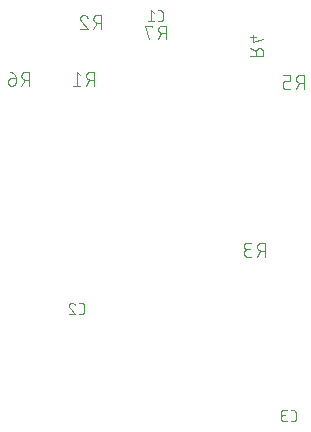
<source format=gbr>
G04 EAGLE Gerber RS-274X export*
G75*
%MOMM*%
%FSLAX34Y34*%
%LPD*%
%INSilkscreen Bottom*%
%IPPOS*%
%AMOC8*
5,1,8,0,0,1.08239X$1,22.5*%
G01*
%ADD10C,0.076200*%
%ADD11C,0.101600*%


D10*
X249261Y429541D02*
X251349Y429541D01*
X251438Y429543D01*
X251526Y429549D01*
X251614Y429558D01*
X251702Y429571D01*
X251789Y429588D01*
X251875Y429608D01*
X251960Y429633D01*
X252045Y429660D01*
X252128Y429692D01*
X252209Y429726D01*
X252289Y429765D01*
X252367Y429806D01*
X252444Y429851D01*
X252518Y429899D01*
X252591Y429950D01*
X252661Y430004D01*
X252728Y430062D01*
X252794Y430122D01*
X252856Y430184D01*
X252916Y430250D01*
X252974Y430317D01*
X253028Y430387D01*
X253079Y430460D01*
X253127Y430534D01*
X253172Y430611D01*
X253213Y430689D01*
X253252Y430769D01*
X253286Y430850D01*
X253318Y430933D01*
X253345Y431018D01*
X253370Y431103D01*
X253390Y431189D01*
X253407Y431276D01*
X253420Y431364D01*
X253429Y431452D01*
X253435Y431540D01*
X253437Y431629D01*
X253438Y431629D02*
X253438Y436851D01*
X253437Y436851D02*
X253435Y436940D01*
X253429Y437028D01*
X253420Y437116D01*
X253407Y437204D01*
X253390Y437291D01*
X253370Y437377D01*
X253345Y437462D01*
X253318Y437547D01*
X253286Y437630D01*
X253252Y437711D01*
X253213Y437791D01*
X253172Y437869D01*
X253127Y437946D01*
X253079Y438020D01*
X253028Y438093D01*
X252974Y438163D01*
X252916Y438230D01*
X252856Y438296D01*
X252794Y438358D01*
X252728Y438418D01*
X252661Y438476D01*
X252591Y438530D01*
X252518Y438581D01*
X252444Y438629D01*
X252367Y438674D01*
X252289Y438715D01*
X252209Y438754D01*
X252128Y438788D01*
X252045Y438820D01*
X251960Y438847D01*
X251875Y438872D01*
X251789Y438892D01*
X251702Y438909D01*
X251614Y438922D01*
X251526Y438931D01*
X251438Y438937D01*
X251349Y438939D01*
X249261Y438939D01*
X245792Y436851D02*
X243182Y438939D01*
X243182Y429541D01*
X245792Y429541D02*
X240571Y429541D01*
X184759Y181651D02*
X182671Y181651D01*
X184759Y181651D02*
X184848Y181653D01*
X184936Y181659D01*
X185024Y181668D01*
X185112Y181681D01*
X185199Y181698D01*
X185285Y181718D01*
X185370Y181743D01*
X185455Y181770D01*
X185538Y181802D01*
X185619Y181836D01*
X185699Y181875D01*
X185777Y181916D01*
X185854Y181961D01*
X185928Y182009D01*
X186001Y182060D01*
X186071Y182114D01*
X186138Y182172D01*
X186204Y182232D01*
X186266Y182294D01*
X186326Y182360D01*
X186384Y182427D01*
X186438Y182497D01*
X186489Y182570D01*
X186537Y182644D01*
X186582Y182721D01*
X186623Y182799D01*
X186662Y182879D01*
X186696Y182960D01*
X186728Y183043D01*
X186755Y183128D01*
X186780Y183213D01*
X186800Y183299D01*
X186817Y183386D01*
X186830Y183474D01*
X186839Y183562D01*
X186845Y183650D01*
X186847Y183739D01*
X186848Y183739D02*
X186848Y188961D01*
X186847Y188961D02*
X186845Y189050D01*
X186839Y189138D01*
X186830Y189226D01*
X186817Y189314D01*
X186800Y189401D01*
X186780Y189487D01*
X186755Y189572D01*
X186728Y189657D01*
X186696Y189740D01*
X186662Y189821D01*
X186623Y189901D01*
X186582Y189979D01*
X186537Y190056D01*
X186489Y190130D01*
X186438Y190203D01*
X186384Y190273D01*
X186326Y190340D01*
X186266Y190406D01*
X186204Y190468D01*
X186138Y190528D01*
X186071Y190586D01*
X186001Y190640D01*
X185928Y190691D01*
X185854Y190739D01*
X185777Y190784D01*
X185699Y190825D01*
X185619Y190864D01*
X185538Y190898D01*
X185455Y190930D01*
X185370Y190957D01*
X185285Y190982D01*
X185199Y191002D01*
X185112Y191019D01*
X185024Y191032D01*
X184936Y191041D01*
X184848Y191047D01*
X184759Y191049D01*
X182671Y191049D01*
X176331Y191050D02*
X176236Y191048D01*
X176142Y191042D01*
X176048Y191033D01*
X175954Y191020D01*
X175861Y191003D01*
X175769Y190982D01*
X175677Y190957D01*
X175587Y190929D01*
X175498Y190897D01*
X175410Y190862D01*
X175324Y190823D01*
X175239Y190781D01*
X175156Y190735D01*
X175075Y190686D01*
X174996Y190634D01*
X174919Y190579D01*
X174845Y190520D01*
X174773Y190459D01*
X174703Y190395D01*
X174636Y190328D01*
X174572Y190258D01*
X174511Y190186D01*
X174452Y190112D01*
X174397Y190035D01*
X174345Y189956D01*
X174296Y189875D01*
X174250Y189792D01*
X174208Y189707D01*
X174169Y189621D01*
X174134Y189533D01*
X174102Y189444D01*
X174074Y189354D01*
X174049Y189262D01*
X174028Y189170D01*
X174011Y189077D01*
X173998Y188983D01*
X173989Y188889D01*
X173983Y188795D01*
X173981Y188700D01*
X176331Y191049D02*
X176439Y191047D01*
X176548Y191041D01*
X176656Y191031D01*
X176763Y191018D01*
X176870Y191000D01*
X176977Y190979D01*
X177082Y190954D01*
X177187Y190925D01*
X177290Y190893D01*
X177392Y190856D01*
X177493Y190816D01*
X177592Y190773D01*
X177690Y190726D01*
X177786Y190675D01*
X177880Y190621D01*
X177972Y190564D01*
X178062Y190503D01*
X178150Y190439D01*
X178235Y190373D01*
X178318Y190303D01*
X178398Y190230D01*
X178476Y190154D01*
X178551Y190076D01*
X178623Y189995D01*
X178692Y189911D01*
X178758Y189825D01*
X178821Y189737D01*
X178880Y189646D01*
X178937Y189554D01*
X178990Y189459D01*
X179039Y189362D01*
X179085Y189264D01*
X179128Y189165D01*
X179167Y189063D01*
X179202Y188961D01*
X174764Y186872D02*
X174695Y186941D01*
X174629Y187012D01*
X174565Y187085D01*
X174504Y187161D01*
X174446Y187240D01*
X174392Y187320D01*
X174340Y187403D01*
X174292Y187487D01*
X174246Y187573D01*
X174205Y187661D01*
X174166Y187751D01*
X174131Y187842D01*
X174100Y187934D01*
X174072Y188027D01*
X174048Y188121D01*
X174028Y188216D01*
X174011Y188312D01*
X173998Y188409D01*
X173989Y188506D01*
X173983Y188603D01*
X173981Y188700D01*
X174764Y186872D02*
X179202Y181651D01*
X173981Y181651D01*
X361842Y90931D02*
X363931Y90931D01*
X364020Y90933D01*
X364108Y90939D01*
X364196Y90948D01*
X364284Y90961D01*
X364371Y90978D01*
X364457Y90998D01*
X364542Y91023D01*
X364627Y91050D01*
X364710Y91082D01*
X364791Y91116D01*
X364871Y91155D01*
X364949Y91196D01*
X365026Y91241D01*
X365100Y91289D01*
X365173Y91340D01*
X365243Y91394D01*
X365310Y91452D01*
X365376Y91512D01*
X365438Y91574D01*
X365498Y91640D01*
X365556Y91707D01*
X365610Y91777D01*
X365661Y91850D01*
X365709Y91924D01*
X365754Y92001D01*
X365795Y92079D01*
X365834Y92159D01*
X365868Y92240D01*
X365900Y92323D01*
X365927Y92408D01*
X365952Y92493D01*
X365972Y92579D01*
X365989Y92666D01*
X366002Y92754D01*
X366011Y92842D01*
X366017Y92930D01*
X366019Y93019D01*
X366019Y98241D01*
X366017Y98330D01*
X366011Y98418D01*
X366002Y98506D01*
X365989Y98594D01*
X365972Y98681D01*
X365952Y98767D01*
X365927Y98852D01*
X365900Y98937D01*
X365868Y99020D01*
X365834Y99101D01*
X365795Y99181D01*
X365754Y99259D01*
X365709Y99336D01*
X365661Y99410D01*
X365610Y99483D01*
X365556Y99553D01*
X365498Y99620D01*
X365438Y99686D01*
X365376Y99748D01*
X365310Y99808D01*
X365243Y99866D01*
X365173Y99920D01*
X365100Y99971D01*
X365026Y100019D01*
X364949Y100064D01*
X364871Y100105D01*
X364791Y100144D01*
X364710Y100178D01*
X364627Y100210D01*
X364542Y100237D01*
X364457Y100262D01*
X364371Y100282D01*
X364284Y100299D01*
X364196Y100312D01*
X364108Y100321D01*
X364020Y100327D01*
X363931Y100329D01*
X361842Y100329D01*
X358373Y90931D02*
X355763Y90931D01*
X355662Y90933D01*
X355561Y90939D01*
X355460Y90949D01*
X355360Y90962D01*
X355260Y90980D01*
X355161Y91001D01*
X355063Y91027D01*
X354966Y91056D01*
X354870Y91088D01*
X354776Y91125D01*
X354683Y91165D01*
X354591Y91209D01*
X354502Y91256D01*
X354414Y91307D01*
X354328Y91361D01*
X354245Y91418D01*
X354163Y91478D01*
X354085Y91542D01*
X354008Y91608D01*
X353935Y91678D01*
X353864Y91750D01*
X353796Y91825D01*
X353731Y91903D01*
X353669Y91983D01*
X353610Y92065D01*
X353554Y92150D01*
X353502Y92237D01*
X353453Y92325D01*
X353407Y92416D01*
X353366Y92508D01*
X353327Y92602D01*
X353293Y92697D01*
X353262Y92793D01*
X353235Y92891D01*
X353211Y92989D01*
X353192Y93089D01*
X353176Y93189D01*
X353164Y93289D01*
X353156Y93390D01*
X353152Y93491D01*
X353152Y93593D01*
X353156Y93694D01*
X353164Y93795D01*
X353176Y93895D01*
X353192Y93995D01*
X353211Y94095D01*
X353235Y94193D01*
X353262Y94291D01*
X353293Y94387D01*
X353327Y94482D01*
X353366Y94576D01*
X353407Y94668D01*
X353453Y94759D01*
X353502Y94848D01*
X353554Y94934D01*
X353610Y95019D01*
X353669Y95101D01*
X353731Y95181D01*
X353796Y95259D01*
X353864Y95334D01*
X353935Y95406D01*
X354008Y95476D01*
X354085Y95542D01*
X354163Y95606D01*
X354245Y95666D01*
X354328Y95723D01*
X354414Y95777D01*
X354502Y95828D01*
X354591Y95875D01*
X354683Y95919D01*
X354776Y95959D01*
X354870Y95996D01*
X354966Y96028D01*
X355063Y96057D01*
X355161Y96083D01*
X355260Y96104D01*
X355360Y96122D01*
X355460Y96135D01*
X355561Y96145D01*
X355662Y96151D01*
X355763Y96153D01*
X355241Y100329D02*
X358373Y100329D01*
X355241Y100329D02*
X355151Y100327D01*
X355062Y100321D01*
X354972Y100312D01*
X354883Y100298D01*
X354795Y100281D01*
X354708Y100260D01*
X354621Y100235D01*
X354536Y100206D01*
X354452Y100174D01*
X354370Y100139D01*
X354289Y100099D01*
X354210Y100057D01*
X354133Y100011D01*
X354058Y99961D01*
X353985Y99909D01*
X353914Y99853D01*
X353846Y99795D01*
X353781Y99733D01*
X353718Y99669D01*
X353658Y99602D01*
X353601Y99533D01*
X353547Y99461D01*
X353496Y99387D01*
X353448Y99311D01*
X353404Y99233D01*
X353363Y99153D01*
X353325Y99071D01*
X353291Y98988D01*
X353261Y98903D01*
X353234Y98817D01*
X353211Y98731D01*
X353192Y98643D01*
X353177Y98554D01*
X353165Y98465D01*
X353157Y98376D01*
X353153Y98286D01*
X353153Y98196D01*
X353157Y98106D01*
X353165Y98017D01*
X353177Y97928D01*
X353192Y97839D01*
X353211Y97751D01*
X353234Y97665D01*
X353261Y97579D01*
X353291Y97494D01*
X353325Y97411D01*
X353363Y97329D01*
X353404Y97249D01*
X353448Y97171D01*
X353496Y97095D01*
X353547Y97021D01*
X353601Y96949D01*
X353658Y96880D01*
X353718Y96813D01*
X353781Y96749D01*
X353846Y96687D01*
X353914Y96629D01*
X353985Y96573D01*
X354058Y96521D01*
X354133Y96471D01*
X354210Y96425D01*
X354289Y96383D01*
X354370Y96343D01*
X354452Y96308D01*
X354536Y96276D01*
X354621Y96247D01*
X354708Y96222D01*
X354795Y96201D01*
X354883Y96184D01*
X354972Y96170D01*
X355062Y96161D01*
X355151Y96155D01*
X355241Y96153D01*
X355241Y96152D02*
X357329Y96152D01*
D11*
X195072Y374918D02*
X195072Y386602D01*
X191826Y386602D01*
X191713Y386600D01*
X191600Y386594D01*
X191487Y386584D01*
X191374Y386570D01*
X191262Y386553D01*
X191151Y386531D01*
X191041Y386506D01*
X190931Y386476D01*
X190823Y386443D01*
X190716Y386406D01*
X190610Y386366D01*
X190506Y386321D01*
X190403Y386273D01*
X190302Y386222D01*
X190203Y386167D01*
X190106Y386109D01*
X190011Y386047D01*
X189918Y385982D01*
X189828Y385914D01*
X189740Y385843D01*
X189654Y385768D01*
X189571Y385691D01*
X189491Y385611D01*
X189414Y385528D01*
X189339Y385442D01*
X189268Y385354D01*
X189200Y385264D01*
X189135Y385171D01*
X189073Y385076D01*
X189015Y384979D01*
X188960Y384880D01*
X188909Y384779D01*
X188861Y384676D01*
X188816Y384572D01*
X188776Y384466D01*
X188739Y384359D01*
X188706Y384251D01*
X188676Y384141D01*
X188651Y384031D01*
X188629Y383920D01*
X188612Y383808D01*
X188598Y383695D01*
X188588Y383582D01*
X188582Y383469D01*
X188580Y383356D01*
X188582Y383243D01*
X188588Y383130D01*
X188598Y383017D01*
X188612Y382904D01*
X188629Y382792D01*
X188651Y382681D01*
X188676Y382571D01*
X188706Y382461D01*
X188739Y382353D01*
X188776Y382246D01*
X188816Y382140D01*
X188861Y382036D01*
X188909Y381933D01*
X188960Y381832D01*
X189015Y381733D01*
X189073Y381636D01*
X189135Y381541D01*
X189200Y381448D01*
X189268Y381358D01*
X189339Y381270D01*
X189414Y381184D01*
X189491Y381101D01*
X189571Y381021D01*
X189654Y380944D01*
X189740Y380869D01*
X189828Y380798D01*
X189918Y380730D01*
X190011Y380665D01*
X190106Y380603D01*
X190203Y380545D01*
X190302Y380490D01*
X190403Y380439D01*
X190506Y380391D01*
X190610Y380346D01*
X190716Y380306D01*
X190823Y380269D01*
X190931Y380236D01*
X191041Y380206D01*
X191151Y380181D01*
X191262Y380159D01*
X191374Y380142D01*
X191487Y380128D01*
X191600Y380118D01*
X191713Y380112D01*
X191826Y380110D01*
X191826Y380111D02*
X195072Y380111D01*
X191177Y380111D02*
X188581Y374918D01*
X183716Y384006D02*
X180470Y386602D01*
X180470Y374918D01*
X177225Y374918D02*
X183716Y374918D01*
X201235Y423178D02*
X201235Y434862D01*
X197990Y434862D01*
X197877Y434860D01*
X197764Y434854D01*
X197651Y434844D01*
X197538Y434830D01*
X197426Y434813D01*
X197315Y434791D01*
X197205Y434766D01*
X197095Y434736D01*
X196987Y434703D01*
X196880Y434666D01*
X196774Y434626D01*
X196670Y434581D01*
X196567Y434533D01*
X196466Y434482D01*
X196367Y434427D01*
X196270Y434369D01*
X196175Y434307D01*
X196082Y434242D01*
X195992Y434174D01*
X195904Y434103D01*
X195818Y434028D01*
X195735Y433951D01*
X195655Y433871D01*
X195578Y433788D01*
X195503Y433702D01*
X195432Y433614D01*
X195364Y433524D01*
X195299Y433431D01*
X195237Y433336D01*
X195179Y433239D01*
X195124Y433140D01*
X195073Y433039D01*
X195025Y432936D01*
X194980Y432832D01*
X194940Y432726D01*
X194903Y432619D01*
X194870Y432511D01*
X194840Y432401D01*
X194815Y432291D01*
X194793Y432180D01*
X194776Y432068D01*
X194762Y431955D01*
X194752Y431842D01*
X194746Y431729D01*
X194744Y431616D01*
X194746Y431503D01*
X194752Y431390D01*
X194762Y431277D01*
X194776Y431164D01*
X194793Y431052D01*
X194815Y430941D01*
X194840Y430831D01*
X194870Y430721D01*
X194903Y430613D01*
X194940Y430506D01*
X194980Y430400D01*
X195025Y430296D01*
X195073Y430193D01*
X195124Y430092D01*
X195179Y429993D01*
X195237Y429896D01*
X195299Y429801D01*
X195364Y429708D01*
X195432Y429618D01*
X195503Y429530D01*
X195578Y429444D01*
X195655Y429361D01*
X195735Y429281D01*
X195818Y429204D01*
X195904Y429129D01*
X195992Y429058D01*
X196082Y428990D01*
X196175Y428925D01*
X196270Y428863D01*
X196367Y428805D01*
X196466Y428750D01*
X196567Y428699D01*
X196670Y428651D01*
X196774Y428606D01*
X196880Y428566D01*
X196987Y428529D01*
X197095Y428496D01*
X197205Y428466D01*
X197315Y428441D01*
X197426Y428419D01*
X197538Y428402D01*
X197651Y428388D01*
X197764Y428378D01*
X197877Y428372D01*
X197990Y428370D01*
X197990Y428371D02*
X201235Y428371D01*
X197341Y428371D02*
X194744Y423178D01*
X183388Y431941D02*
X183390Y432048D01*
X183396Y432154D01*
X183406Y432260D01*
X183419Y432366D01*
X183437Y432472D01*
X183458Y432576D01*
X183483Y432680D01*
X183512Y432783D01*
X183544Y432884D01*
X183581Y432984D01*
X183621Y433083D01*
X183664Y433181D01*
X183711Y433277D01*
X183762Y433371D01*
X183816Y433463D01*
X183873Y433553D01*
X183933Y433641D01*
X183997Y433726D01*
X184064Y433809D01*
X184134Y433890D01*
X184206Y433968D01*
X184282Y434044D01*
X184360Y434116D01*
X184441Y434186D01*
X184524Y434253D01*
X184609Y434317D01*
X184697Y434377D01*
X184787Y434434D01*
X184879Y434488D01*
X184973Y434539D01*
X185069Y434586D01*
X185167Y434629D01*
X185266Y434669D01*
X185366Y434706D01*
X185467Y434738D01*
X185570Y434767D01*
X185674Y434792D01*
X185778Y434813D01*
X185884Y434831D01*
X185990Y434844D01*
X186096Y434854D01*
X186202Y434860D01*
X186309Y434862D01*
X186430Y434860D01*
X186551Y434854D01*
X186671Y434844D01*
X186792Y434831D01*
X186911Y434813D01*
X187031Y434792D01*
X187149Y434767D01*
X187266Y434738D01*
X187383Y434705D01*
X187498Y434669D01*
X187612Y434628D01*
X187725Y434585D01*
X187837Y434537D01*
X187946Y434486D01*
X188054Y434431D01*
X188161Y434373D01*
X188265Y434312D01*
X188367Y434247D01*
X188467Y434179D01*
X188565Y434108D01*
X188661Y434034D01*
X188754Y433957D01*
X188844Y433876D01*
X188932Y433793D01*
X189017Y433707D01*
X189100Y433618D01*
X189179Y433527D01*
X189256Y433433D01*
X189329Y433337D01*
X189399Y433239D01*
X189466Y433138D01*
X189530Y433035D01*
X189591Y432930D01*
X189648Y432823D01*
X189701Y432715D01*
X189751Y432605D01*
X189797Y432493D01*
X189840Y432380D01*
X189879Y432265D01*
X184362Y429669D02*
X184283Y429747D01*
X184207Y429827D01*
X184134Y429910D01*
X184064Y429996D01*
X183997Y430083D01*
X183933Y430174D01*
X183873Y430266D01*
X183815Y430360D01*
X183761Y430457D01*
X183711Y430555D01*
X183664Y430655D01*
X183620Y430756D01*
X183580Y430859D01*
X183544Y430964D01*
X183512Y431069D01*
X183483Y431176D01*
X183458Y431283D01*
X183436Y431392D01*
X183419Y431501D01*
X183405Y431610D01*
X183396Y431720D01*
X183390Y431831D01*
X183388Y431941D01*
X184362Y429669D02*
X189879Y423178D01*
X183388Y423178D01*
X339852Y241822D02*
X339852Y230138D01*
X339852Y241822D02*
X336606Y241822D01*
X336493Y241820D01*
X336380Y241814D01*
X336267Y241804D01*
X336154Y241790D01*
X336042Y241773D01*
X335931Y241751D01*
X335821Y241726D01*
X335711Y241696D01*
X335603Y241663D01*
X335496Y241626D01*
X335390Y241586D01*
X335286Y241541D01*
X335183Y241493D01*
X335082Y241442D01*
X334983Y241387D01*
X334886Y241329D01*
X334791Y241267D01*
X334698Y241202D01*
X334608Y241134D01*
X334520Y241063D01*
X334434Y240988D01*
X334351Y240911D01*
X334271Y240831D01*
X334194Y240748D01*
X334119Y240662D01*
X334048Y240574D01*
X333980Y240484D01*
X333915Y240391D01*
X333853Y240296D01*
X333795Y240199D01*
X333740Y240100D01*
X333689Y239999D01*
X333641Y239896D01*
X333596Y239792D01*
X333556Y239686D01*
X333519Y239579D01*
X333486Y239471D01*
X333456Y239361D01*
X333431Y239251D01*
X333409Y239140D01*
X333392Y239028D01*
X333378Y238915D01*
X333368Y238802D01*
X333362Y238689D01*
X333360Y238576D01*
X333362Y238463D01*
X333368Y238350D01*
X333378Y238237D01*
X333392Y238124D01*
X333409Y238012D01*
X333431Y237901D01*
X333456Y237791D01*
X333486Y237681D01*
X333519Y237573D01*
X333556Y237466D01*
X333596Y237360D01*
X333641Y237256D01*
X333689Y237153D01*
X333740Y237052D01*
X333795Y236953D01*
X333853Y236856D01*
X333915Y236761D01*
X333980Y236668D01*
X334048Y236578D01*
X334119Y236490D01*
X334194Y236404D01*
X334271Y236321D01*
X334351Y236241D01*
X334434Y236164D01*
X334520Y236089D01*
X334608Y236018D01*
X334698Y235950D01*
X334791Y235885D01*
X334886Y235823D01*
X334983Y235765D01*
X335082Y235710D01*
X335183Y235659D01*
X335286Y235611D01*
X335390Y235566D01*
X335496Y235526D01*
X335603Y235489D01*
X335711Y235456D01*
X335821Y235426D01*
X335931Y235401D01*
X336042Y235379D01*
X336154Y235362D01*
X336267Y235348D01*
X336380Y235338D01*
X336493Y235332D01*
X336606Y235330D01*
X336606Y235331D02*
X339852Y235331D01*
X335957Y235331D02*
X333361Y230138D01*
X328496Y230138D02*
X325250Y230138D01*
X325137Y230140D01*
X325024Y230146D01*
X324911Y230156D01*
X324798Y230170D01*
X324686Y230187D01*
X324575Y230209D01*
X324465Y230234D01*
X324355Y230264D01*
X324247Y230297D01*
X324140Y230334D01*
X324034Y230374D01*
X323930Y230419D01*
X323827Y230467D01*
X323726Y230518D01*
X323627Y230573D01*
X323530Y230631D01*
X323435Y230693D01*
X323342Y230758D01*
X323252Y230826D01*
X323164Y230897D01*
X323078Y230972D01*
X322995Y231049D01*
X322915Y231129D01*
X322838Y231212D01*
X322763Y231298D01*
X322692Y231386D01*
X322624Y231476D01*
X322559Y231569D01*
X322497Y231664D01*
X322439Y231761D01*
X322384Y231860D01*
X322333Y231961D01*
X322285Y232064D01*
X322240Y232168D01*
X322200Y232274D01*
X322163Y232381D01*
X322130Y232489D01*
X322100Y232599D01*
X322075Y232709D01*
X322053Y232820D01*
X322036Y232932D01*
X322022Y233045D01*
X322012Y233158D01*
X322006Y233271D01*
X322004Y233384D01*
X322006Y233497D01*
X322012Y233610D01*
X322022Y233723D01*
X322036Y233836D01*
X322053Y233948D01*
X322075Y234059D01*
X322100Y234169D01*
X322130Y234279D01*
X322163Y234387D01*
X322200Y234494D01*
X322240Y234600D01*
X322285Y234704D01*
X322333Y234807D01*
X322384Y234908D01*
X322439Y235007D01*
X322497Y235104D01*
X322559Y235199D01*
X322624Y235292D01*
X322692Y235382D01*
X322763Y235470D01*
X322838Y235556D01*
X322915Y235639D01*
X322995Y235719D01*
X323078Y235796D01*
X323164Y235871D01*
X323252Y235942D01*
X323342Y236010D01*
X323435Y236075D01*
X323530Y236137D01*
X323627Y236195D01*
X323726Y236250D01*
X323827Y236301D01*
X323930Y236349D01*
X324034Y236394D01*
X324140Y236434D01*
X324247Y236471D01*
X324355Y236504D01*
X324465Y236534D01*
X324575Y236559D01*
X324686Y236581D01*
X324798Y236598D01*
X324911Y236612D01*
X325024Y236622D01*
X325137Y236628D01*
X325250Y236630D01*
X324601Y241822D02*
X328496Y241822D01*
X324601Y241822D02*
X324500Y241820D01*
X324400Y241814D01*
X324300Y241804D01*
X324200Y241791D01*
X324101Y241773D01*
X324002Y241752D01*
X323905Y241727D01*
X323808Y241698D01*
X323713Y241665D01*
X323619Y241629D01*
X323527Y241589D01*
X323436Y241546D01*
X323347Y241499D01*
X323260Y241449D01*
X323174Y241395D01*
X323091Y241338D01*
X323011Y241278D01*
X322932Y241215D01*
X322856Y241148D01*
X322783Y241079D01*
X322713Y241007D01*
X322645Y240933D01*
X322580Y240856D01*
X322519Y240776D01*
X322460Y240694D01*
X322405Y240610D01*
X322353Y240524D01*
X322304Y240436D01*
X322259Y240346D01*
X322217Y240254D01*
X322179Y240161D01*
X322145Y240066D01*
X322114Y239971D01*
X322087Y239874D01*
X322064Y239776D01*
X322044Y239677D01*
X322029Y239577D01*
X322017Y239477D01*
X322009Y239377D01*
X322005Y239276D01*
X322005Y239176D01*
X322009Y239075D01*
X322017Y238975D01*
X322029Y238875D01*
X322044Y238775D01*
X322064Y238676D01*
X322087Y238578D01*
X322114Y238481D01*
X322145Y238386D01*
X322179Y238291D01*
X322217Y238198D01*
X322259Y238106D01*
X322304Y238016D01*
X322353Y237928D01*
X322405Y237842D01*
X322460Y237758D01*
X322519Y237676D01*
X322580Y237596D01*
X322645Y237519D01*
X322713Y237445D01*
X322783Y237373D01*
X322856Y237304D01*
X322932Y237237D01*
X323011Y237174D01*
X323091Y237114D01*
X323174Y237057D01*
X323260Y237003D01*
X323347Y236953D01*
X323436Y236906D01*
X323527Y236863D01*
X323619Y236823D01*
X323713Y236787D01*
X323808Y236754D01*
X323905Y236725D01*
X324002Y236700D01*
X324101Y236679D01*
X324200Y236661D01*
X324300Y236648D01*
X324400Y236638D01*
X324500Y236632D01*
X324601Y236630D01*
X324601Y236629D02*
X327197Y236629D01*
X326898Y400318D02*
X338582Y400318D01*
X338582Y403564D01*
X338580Y403677D01*
X338574Y403790D01*
X338564Y403903D01*
X338550Y404016D01*
X338533Y404128D01*
X338511Y404239D01*
X338486Y404349D01*
X338456Y404459D01*
X338423Y404567D01*
X338386Y404674D01*
X338346Y404780D01*
X338301Y404884D01*
X338253Y404987D01*
X338202Y405088D01*
X338147Y405187D01*
X338089Y405284D01*
X338027Y405379D01*
X337962Y405472D01*
X337894Y405562D01*
X337823Y405650D01*
X337748Y405736D01*
X337671Y405819D01*
X337591Y405899D01*
X337508Y405976D01*
X337422Y406051D01*
X337334Y406122D01*
X337244Y406190D01*
X337151Y406255D01*
X337056Y406317D01*
X336959Y406375D01*
X336860Y406430D01*
X336759Y406481D01*
X336656Y406529D01*
X336552Y406574D01*
X336446Y406614D01*
X336339Y406651D01*
X336231Y406684D01*
X336121Y406714D01*
X336011Y406739D01*
X335900Y406761D01*
X335788Y406778D01*
X335675Y406792D01*
X335562Y406802D01*
X335449Y406808D01*
X335336Y406810D01*
X335223Y406808D01*
X335110Y406802D01*
X334997Y406792D01*
X334884Y406778D01*
X334772Y406761D01*
X334661Y406739D01*
X334551Y406714D01*
X334441Y406684D01*
X334333Y406651D01*
X334226Y406614D01*
X334120Y406574D01*
X334016Y406529D01*
X333913Y406481D01*
X333812Y406430D01*
X333713Y406375D01*
X333616Y406317D01*
X333521Y406255D01*
X333428Y406190D01*
X333338Y406122D01*
X333250Y406051D01*
X333164Y405976D01*
X333081Y405899D01*
X333001Y405819D01*
X332924Y405736D01*
X332849Y405650D01*
X332778Y405562D01*
X332710Y405472D01*
X332645Y405379D01*
X332583Y405284D01*
X332525Y405187D01*
X332470Y405088D01*
X332419Y404987D01*
X332371Y404884D01*
X332326Y404780D01*
X332286Y404674D01*
X332249Y404567D01*
X332216Y404459D01*
X332186Y404349D01*
X332161Y404239D01*
X332139Y404128D01*
X332122Y404016D01*
X332108Y403903D01*
X332098Y403790D01*
X332092Y403677D01*
X332090Y403564D01*
X332091Y403564D02*
X332091Y400318D01*
X332091Y404213D02*
X326898Y406809D01*
X329494Y411674D02*
X338582Y414271D01*
X329494Y411674D02*
X329494Y418165D01*
X332091Y416218D02*
X326898Y416218D01*
X372685Y384062D02*
X372685Y372378D01*
X372685Y384062D02*
X369440Y384062D01*
X369327Y384060D01*
X369214Y384054D01*
X369101Y384044D01*
X368988Y384030D01*
X368876Y384013D01*
X368765Y383991D01*
X368655Y383966D01*
X368545Y383936D01*
X368437Y383903D01*
X368330Y383866D01*
X368224Y383826D01*
X368120Y383781D01*
X368017Y383733D01*
X367916Y383682D01*
X367817Y383627D01*
X367720Y383569D01*
X367625Y383507D01*
X367532Y383442D01*
X367442Y383374D01*
X367354Y383303D01*
X367268Y383228D01*
X367185Y383151D01*
X367105Y383071D01*
X367028Y382988D01*
X366953Y382902D01*
X366882Y382814D01*
X366814Y382724D01*
X366749Y382631D01*
X366687Y382536D01*
X366629Y382439D01*
X366574Y382340D01*
X366523Y382239D01*
X366475Y382136D01*
X366430Y382032D01*
X366390Y381926D01*
X366353Y381819D01*
X366320Y381711D01*
X366290Y381601D01*
X366265Y381491D01*
X366243Y381380D01*
X366226Y381268D01*
X366212Y381155D01*
X366202Y381042D01*
X366196Y380929D01*
X366194Y380816D01*
X366196Y380703D01*
X366202Y380590D01*
X366212Y380477D01*
X366226Y380364D01*
X366243Y380252D01*
X366265Y380141D01*
X366290Y380031D01*
X366320Y379921D01*
X366353Y379813D01*
X366390Y379706D01*
X366430Y379600D01*
X366475Y379496D01*
X366523Y379393D01*
X366574Y379292D01*
X366629Y379193D01*
X366687Y379096D01*
X366749Y379001D01*
X366814Y378908D01*
X366882Y378818D01*
X366953Y378730D01*
X367028Y378644D01*
X367105Y378561D01*
X367185Y378481D01*
X367268Y378404D01*
X367354Y378329D01*
X367442Y378258D01*
X367532Y378190D01*
X367625Y378125D01*
X367720Y378063D01*
X367817Y378005D01*
X367916Y377950D01*
X368017Y377899D01*
X368120Y377851D01*
X368224Y377806D01*
X368330Y377766D01*
X368437Y377729D01*
X368545Y377696D01*
X368655Y377666D01*
X368765Y377641D01*
X368876Y377619D01*
X368988Y377602D01*
X369101Y377588D01*
X369214Y377578D01*
X369327Y377572D01*
X369440Y377570D01*
X369440Y377571D02*
X372685Y377571D01*
X368791Y377571D02*
X366194Y372378D01*
X361329Y372378D02*
X357434Y372378D01*
X357335Y372380D01*
X357235Y372386D01*
X357136Y372395D01*
X357038Y372408D01*
X356940Y372425D01*
X356842Y372446D01*
X356746Y372471D01*
X356651Y372499D01*
X356557Y372531D01*
X356464Y372566D01*
X356372Y372605D01*
X356282Y372648D01*
X356194Y372693D01*
X356107Y372743D01*
X356023Y372795D01*
X355940Y372851D01*
X355860Y372909D01*
X355782Y372971D01*
X355707Y373036D01*
X355634Y373104D01*
X355564Y373174D01*
X355496Y373247D01*
X355431Y373322D01*
X355369Y373400D01*
X355311Y373480D01*
X355255Y373563D01*
X355203Y373647D01*
X355153Y373734D01*
X355108Y373822D01*
X355065Y373912D01*
X355026Y374004D01*
X354991Y374097D01*
X354959Y374191D01*
X354931Y374286D01*
X354906Y374382D01*
X354885Y374480D01*
X354868Y374578D01*
X354855Y374676D01*
X354846Y374775D01*
X354840Y374875D01*
X354838Y374974D01*
X354838Y376273D01*
X354840Y376372D01*
X354846Y376472D01*
X354855Y376571D01*
X354868Y376669D01*
X354885Y376767D01*
X354906Y376865D01*
X354931Y376961D01*
X354959Y377056D01*
X354991Y377150D01*
X355026Y377243D01*
X355065Y377335D01*
X355108Y377425D01*
X355153Y377513D01*
X355203Y377600D01*
X355255Y377684D01*
X355311Y377767D01*
X355369Y377847D01*
X355431Y377925D01*
X355496Y378000D01*
X355564Y378073D01*
X355634Y378143D01*
X355707Y378211D01*
X355782Y378276D01*
X355860Y378338D01*
X355940Y378396D01*
X356023Y378452D01*
X356107Y378504D01*
X356194Y378554D01*
X356282Y378599D01*
X356372Y378642D01*
X356464Y378681D01*
X356557Y378716D01*
X356651Y378748D01*
X356746Y378776D01*
X356842Y378801D01*
X356940Y378822D01*
X357038Y378839D01*
X357136Y378852D01*
X357235Y378861D01*
X357335Y378867D01*
X357434Y378869D01*
X361329Y378869D01*
X361329Y384062D01*
X354838Y384062D01*
X140275Y386602D02*
X140275Y374918D01*
X140275Y386602D02*
X137030Y386602D01*
X136917Y386600D01*
X136804Y386594D01*
X136691Y386584D01*
X136578Y386570D01*
X136466Y386553D01*
X136355Y386531D01*
X136245Y386506D01*
X136135Y386476D01*
X136027Y386443D01*
X135920Y386406D01*
X135814Y386366D01*
X135710Y386321D01*
X135607Y386273D01*
X135506Y386222D01*
X135407Y386167D01*
X135310Y386109D01*
X135215Y386047D01*
X135122Y385982D01*
X135032Y385914D01*
X134944Y385843D01*
X134858Y385768D01*
X134775Y385691D01*
X134695Y385611D01*
X134618Y385528D01*
X134543Y385442D01*
X134472Y385354D01*
X134404Y385264D01*
X134339Y385171D01*
X134277Y385076D01*
X134219Y384979D01*
X134164Y384880D01*
X134113Y384779D01*
X134065Y384676D01*
X134020Y384572D01*
X133980Y384466D01*
X133943Y384359D01*
X133910Y384251D01*
X133880Y384141D01*
X133855Y384031D01*
X133833Y383920D01*
X133816Y383808D01*
X133802Y383695D01*
X133792Y383582D01*
X133786Y383469D01*
X133784Y383356D01*
X133786Y383243D01*
X133792Y383130D01*
X133802Y383017D01*
X133816Y382904D01*
X133833Y382792D01*
X133855Y382681D01*
X133880Y382571D01*
X133910Y382461D01*
X133943Y382353D01*
X133980Y382246D01*
X134020Y382140D01*
X134065Y382036D01*
X134113Y381933D01*
X134164Y381832D01*
X134219Y381733D01*
X134277Y381636D01*
X134339Y381541D01*
X134404Y381448D01*
X134472Y381358D01*
X134543Y381270D01*
X134618Y381184D01*
X134695Y381101D01*
X134775Y381021D01*
X134858Y380944D01*
X134944Y380869D01*
X135032Y380798D01*
X135122Y380730D01*
X135215Y380665D01*
X135310Y380603D01*
X135407Y380545D01*
X135506Y380490D01*
X135607Y380439D01*
X135710Y380391D01*
X135814Y380346D01*
X135920Y380306D01*
X136027Y380269D01*
X136135Y380236D01*
X136245Y380206D01*
X136355Y380181D01*
X136466Y380159D01*
X136578Y380142D01*
X136691Y380128D01*
X136804Y380118D01*
X136917Y380112D01*
X137030Y380110D01*
X137030Y380111D02*
X140275Y380111D01*
X136381Y380111D02*
X133784Y374918D01*
X128919Y381409D02*
X125024Y381409D01*
X124925Y381407D01*
X124825Y381401D01*
X124726Y381392D01*
X124628Y381379D01*
X124530Y381362D01*
X124432Y381341D01*
X124336Y381316D01*
X124241Y381288D01*
X124147Y381256D01*
X124054Y381221D01*
X123962Y381182D01*
X123872Y381139D01*
X123784Y381094D01*
X123697Y381044D01*
X123613Y380992D01*
X123530Y380936D01*
X123450Y380878D01*
X123372Y380816D01*
X123297Y380751D01*
X123224Y380683D01*
X123154Y380613D01*
X123086Y380540D01*
X123021Y380465D01*
X122959Y380387D01*
X122901Y380307D01*
X122845Y380224D01*
X122793Y380140D01*
X122743Y380053D01*
X122698Y379965D01*
X122655Y379875D01*
X122616Y379783D01*
X122581Y379690D01*
X122549Y379596D01*
X122521Y379501D01*
X122496Y379405D01*
X122475Y379307D01*
X122458Y379209D01*
X122445Y379111D01*
X122436Y379012D01*
X122430Y378912D01*
X122428Y378813D01*
X122428Y378164D01*
X122430Y378051D01*
X122436Y377938D01*
X122446Y377825D01*
X122460Y377712D01*
X122477Y377600D01*
X122499Y377489D01*
X122524Y377379D01*
X122554Y377269D01*
X122587Y377161D01*
X122624Y377054D01*
X122664Y376948D01*
X122709Y376844D01*
X122757Y376741D01*
X122808Y376640D01*
X122863Y376541D01*
X122921Y376444D01*
X122983Y376349D01*
X123048Y376256D01*
X123116Y376166D01*
X123187Y376078D01*
X123262Y375992D01*
X123339Y375909D01*
X123419Y375829D01*
X123502Y375752D01*
X123588Y375677D01*
X123676Y375606D01*
X123766Y375538D01*
X123859Y375473D01*
X123954Y375411D01*
X124051Y375353D01*
X124150Y375298D01*
X124251Y375247D01*
X124354Y375199D01*
X124458Y375154D01*
X124564Y375114D01*
X124671Y375077D01*
X124779Y375044D01*
X124889Y375014D01*
X124999Y374989D01*
X125110Y374967D01*
X125222Y374950D01*
X125335Y374936D01*
X125448Y374926D01*
X125561Y374920D01*
X125674Y374918D01*
X125787Y374920D01*
X125900Y374926D01*
X126013Y374936D01*
X126126Y374950D01*
X126238Y374967D01*
X126349Y374989D01*
X126459Y375014D01*
X126569Y375044D01*
X126677Y375077D01*
X126784Y375114D01*
X126890Y375154D01*
X126994Y375199D01*
X127097Y375247D01*
X127198Y375298D01*
X127297Y375353D01*
X127394Y375411D01*
X127489Y375473D01*
X127582Y375538D01*
X127672Y375606D01*
X127760Y375677D01*
X127846Y375752D01*
X127929Y375829D01*
X128009Y375909D01*
X128086Y375992D01*
X128161Y376078D01*
X128232Y376166D01*
X128300Y376256D01*
X128365Y376349D01*
X128427Y376444D01*
X128485Y376541D01*
X128540Y376640D01*
X128591Y376741D01*
X128639Y376844D01*
X128684Y376948D01*
X128724Y377054D01*
X128761Y377161D01*
X128794Y377269D01*
X128824Y377379D01*
X128849Y377489D01*
X128871Y377600D01*
X128888Y377712D01*
X128902Y377825D01*
X128912Y377938D01*
X128918Y378051D01*
X128920Y378164D01*
X128919Y378164D02*
X128919Y381409D01*
X128917Y381552D01*
X128911Y381695D01*
X128901Y381838D01*
X128887Y381980D01*
X128870Y382122D01*
X128848Y382264D01*
X128823Y382405D01*
X128793Y382545D01*
X128760Y382684D01*
X128723Y382822D01*
X128682Y382959D01*
X128638Y383095D01*
X128589Y383230D01*
X128537Y383363D01*
X128482Y383495D01*
X128422Y383625D01*
X128359Y383754D01*
X128293Y383881D01*
X128223Y384006D01*
X128150Y384128D01*
X128073Y384249D01*
X127993Y384368D01*
X127910Y384484D01*
X127824Y384599D01*
X127735Y384710D01*
X127642Y384820D01*
X127547Y384926D01*
X127448Y385030D01*
X127347Y385131D01*
X127243Y385230D01*
X127137Y385325D01*
X127027Y385418D01*
X126916Y385507D01*
X126801Y385593D01*
X126685Y385676D01*
X126566Y385756D01*
X126445Y385833D01*
X126323Y385906D01*
X126198Y385976D01*
X126071Y386042D01*
X125942Y386105D01*
X125812Y386165D01*
X125680Y386220D01*
X125547Y386272D01*
X125412Y386321D01*
X125276Y386365D01*
X125139Y386406D01*
X125001Y386443D01*
X124862Y386476D01*
X124722Y386506D01*
X124581Y386531D01*
X124439Y386553D01*
X124297Y386570D01*
X124155Y386584D01*
X124012Y386594D01*
X123869Y386600D01*
X123726Y386602D01*
X256032Y414288D02*
X256032Y425972D01*
X252786Y425972D01*
X252673Y425970D01*
X252560Y425964D01*
X252447Y425954D01*
X252334Y425940D01*
X252222Y425923D01*
X252111Y425901D01*
X252001Y425876D01*
X251891Y425846D01*
X251783Y425813D01*
X251676Y425776D01*
X251570Y425736D01*
X251466Y425691D01*
X251363Y425643D01*
X251262Y425592D01*
X251163Y425537D01*
X251066Y425479D01*
X250971Y425417D01*
X250878Y425352D01*
X250788Y425284D01*
X250700Y425213D01*
X250614Y425138D01*
X250531Y425061D01*
X250451Y424981D01*
X250374Y424898D01*
X250299Y424812D01*
X250228Y424724D01*
X250160Y424634D01*
X250095Y424541D01*
X250033Y424446D01*
X249975Y424349D01*
X249920Y424250D01*
X249869Y424149D01*
X249821Y424046D01*
X249776Y423942D01*
X249736Y423836D01*
X249699Y423729D01*
X249666Y423621D01*
X249636Y423511D01*
X249611Y423401D01*
X249589Y423290D01*
X249572Y423178D01*
X249558Y423065D01*
X249548Y422952D01*
X249542Y422839D01*
X249540Y422726D01*
X249542Y422613D01*
X249548Y422500D01*
X249558Y422387D01*
X249572Y422274D01*
X249589Y422162D01*
X249611Y422051D01*
X249636Y421941D01*
X249666Y421831D01*
X249699Y421723D01*
X249736Y421616D01*
X249776Y421510D01*
X249821Y421406D01*
X249869Y421303D01*
X249920Y421202D01*
X249975Y421103D01*
X250033Y421006D01*
X250095Y420911D01*
X250160Y420818D01*
X250228Y420728D01*
X250299Y420640D01*
X250374Y420554D01*
X250451Y420471D01*
X250531Y420391D01*
X250614Y420314D01*
X250700Y420239D01*
X250788Y420168D01*
X250878Y420100D01*
X250971Y420035D01*
X251066Y419973D01*
X251163Y419915D01*
X251262Y419860D01*
X251363Y419809D01*
X251466Y419761D01*
X251570Y419716D01*
X251676Y419676D01*
X251783Y419639D01*
X251891Y419606D01*
X252001Y419576D01*
X252111Y419551D01*
X252222Y419529D01*
X252334Y419512D01*
X252447Y419498D01*
X252560Y419488D01*
X252673Y419482D01*
X252786Y419480D01*
X252786Y419481D02*
X256032Y419481D01*
X252137Y419481D02*
X249541Y414288D01*
X244676Y424674D02*
X244676Y425972D01*
X238185Y425972D01*
X241430Y414288D01*
M02*

</source>
